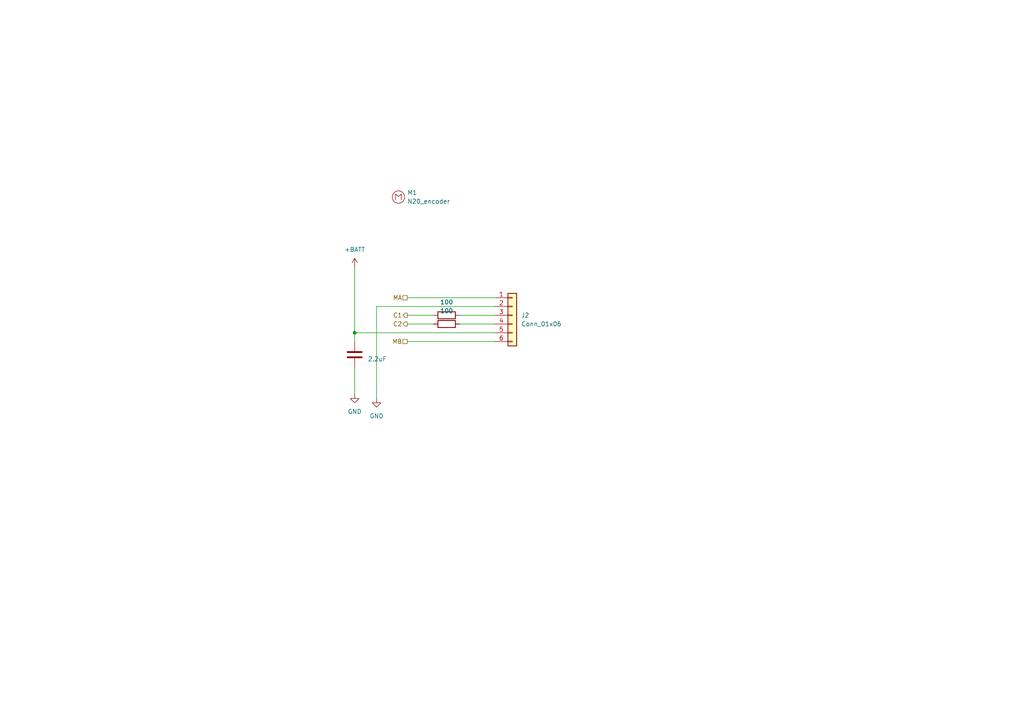
<source format=kicad_sch>
(kicad_sch (version 20230121) (generator eeschema)
  (paper "A4")
  (lib_symbols
    (symbol "Connector_Generic:Conn_01x06" (pin_names (offset 1.016) hide)
      (property "Reference" "J" (at 0 7.62 0))
      (property "Value" "Conn_01x06" (at 0 -10.16 0))
      (symbol "Conn_01x06_1_1"
        (rectangle (start -1.27 -7.493) (end 0 -7.747) (stroke (width 0.1524)))
        (rectangle (start -1.27 -4.953) (end 0 -5.207) (stroke (width 0.1524)))
        (rectangle (start -1.27 -2.413) (end 0 -2.667) (stroke (width 0.1524)))
        (rectangle (start -1.27 0.127) (end 0 -0.127) (stroke (width 0.1524)))
        (rectangle (start -1.27 2.667) (end 0 2.413) (stroke (width 0.1524)))
        (rectangle (start -1.27 5.207) (end 0 4.953) (stroke (width 0.1524)))
        (rectangle (start -1.27 6.35) (end 1.27 -8.89) (stroke (width 0.254)) (fill (type background)))
        (pin passive line (at -5.08 5.08 0) (length 3.81) (name "Pin_1") (number "1"))
        (pin passive line (at -5.08 2.54 0) (length 3.81) (name "Pin_2") (number "2"))
        (pin passive line (at -5.08 0 0) (length 3.81) (name "Pin_3") (number "3"))
        (pin passive line (at -5.08 -2.54 0) (length 3.81) (name "Pin_4") (number "4"))
        (pin passive line (at -5.08 -5.08 0) (length 3.81) (name "Pin_5") (number "5"))
        (pin passive line (at -5.08 -7.62 0) (length 3.81) (name "Pin_6") (number "6"))
      )
    )
    (symbol "minimouse:C" (pin_numbers hide) (pin_names (offset 0.254))
      (property "Reference" "C" (at 0.635 2.54 0))
      (property "Value" "C" (at 0.635 -2.54 0))
      (symbol "C_0_1"
        (polyline (pts (xy -2.032 -0.762) (xy 2.032 -0.762)) (stroke (width 0.508)))
        (polyline (pts (xy -2.032 0.762) (xy 2.032 0.762)) (stroke (width 0.508)))
      )
      (symbol "C_1_1"
        (pin passive line (at 0 3.81 270) (length 2.794) (name "~") (number "1"))
        (pin passive line (at 0 -3.81 90) (length 2.794) (name "~") (number "2"))
      )
    )
    (symbol "minimouse:N20_w_encoder"
      (property "Reference" "M" (at -8.89 1.27 0))
      (property "Value" "N20_encoder" (at 0 -2.54 0))
      (symbol "N20_w_encoder_0_1"
        (polyline (pts (xy -0.8636 -0.8128) (xy -0.8636 0.8636) (xy 0 0.1524) (xy 0.8128 0.8636) (xy 0.8128 -0.8128)))
        (circle (center 0 0) (radius 1.7961))
      )
    )
    (symbol "minimouse:R" (pin_numbers hide) (pin_names (offset 0))
      (property "Reference" "R" (at 2.032 0 90))
      (property "Value" "R" (at 0 0 90))
      (symbol "R_0_1"
        (rectangle (start -1.016 -2.54) (end 1.016 2.54) (stroke (width 0.254)))
      )
      (symbol "R_1_1"
        (pin passive line (at 0 3.81 270) (length 1.27) (name "~") (number "1"))
        (pin passive line (at 0 -3.81 90) (length 1.27) (name "~") (number "2"))
      )
    )
    (symbol "power:+BATT" (power) (pin_names (offset 0))
      (property "Value" "+BATT" (at 0 3.556 0))
      (symbol "+BATT_0_1"
        (polyline (pts (xy -0.762 1.27) (xy 0 2.54)))
        (polyline (pts (xy 0 0) (xy 0 2.54)))
        (polyline (pts (xy 0 2.54) (xy 0.762 1.27)))
      )
      (symbol "+BATT_1_1"
        (pin power_in line (at 0 0 90) (length 0) hide (name "+BATT") (number "1"))
      )
    )
    (symbol "power:GND" (power) (pin_names (offset 0))
      (property "Value" "GND" (at 0 -3.81 0))
      (symbol "GND_0_1"
        (polyline (pts (xy 0 0) (xy 0 -1.27) (xy 1.27 -1.27) (xy 0 -2.54) (xy -1.27 -1.27) (xy 0 -1.27)))
      )
      (symbol "GND_1_1"
        (pin power_in line (at 0 0 270) (length 0) hide (name "GND") (number "1"))
      )
    )
  )
  (junction (at 102.87 96.52))
  (wire (pts (xy 133.35 91.44) (xy 143.51 91.44)))
  (wire (pts (xy 118.11 86.36) (xy 143.51 86.36)))
  (wire (pts (xy 118.11 91.44) (xy 125.73 91.44)))
  (wire (pts (xy 109.22 115.57) (xy 109.22 88.9)))
  (wire (pts (xy 143.51 96.52) (xy 102.87 96.52)))
  (wire (pts (xy 109.22 88.9) (xy 143.51 88.9)))
  (wire (pts (xy 102.87 96.52) (xy 102.87 99.06)))
  (wire (pts (xy 133.35 93.98) (xy 143.51 93.98)))
  (wire (pts (xy 118.11 93.98) (xy 125.73 93.98)))
  (wire (pts (xy 118.11 99.06) (xy 143.51 99.06)))
  (wire (pts (xy 102.87 96.52) (xy 102.87 77.47)))
  (wire (pts (xy 102.87 106.68) (xy 102.87 114.3)))
  (hierarchical_label "C1" (shape output) (at 118.11 91.44 180))
  (hierarchical_label "C2" (shape output) (at 118.11 93.98 180))
  (hierarchical_label "MB" (shape passive) (at 118.11 99.06 180))
  (hierarchical_label "MA" (shape passive) (at 118.11 86.36 180))
  (symbol (lib_id "power:GND") (at 102.87 114.3 0) (unit 1)
    (property "Reference" "#PWR039" (effects hide))
    (property "Value" "GND" (at 102.87 119.38 0))
    (instances (project "minimouse" (path "" (reference "#PWR039") (unit 1)) (path "" (reference "#PWR038") (unit 1))))
  )
  (symbol (lib_id "minimouse:N20_w_encoder") (at 115.57 57.15 0) (unit 1)
    (property "Reference" "M1" (at 118.11 55.88 0) (effects (justify left)))
    (property "Value" "N20_encoder" (at 118.11 58.42 0) (effects (justify left)))
    (property "Footprint" "minimouse:N20_with_encoder" (effects hide))
    (instances (project "minimouse" (path "" (reference "M1") (unit 1)) (path "" (reference "M2") (unit 1))))
  )
  (symbol (lib_id "Connector_Generic:Conn_01x06") (at 148.59 91.44 0) (unit 1)
    (property "Reference" "J2" (at 151.13 91.44 0) (effects (justify left)))
    (property "Value" "Conn_01x06" (at 151.13 93.98 0) (effects (justify left)))
    (property "Footprint" "Connector_PinHeader_2.54mm:PinHeader_1x06_P2.54mm_Vertical" (effects hide))
    (instances (project "minimouse" (path "" (reference "J2") (unit 1)) (path "" (reference "J3") (unit 1))))
  )
  (symbol (lib_id "minimouse:C") (at 102.87 102.87 0) (unit 1)
    (property "Reference" "C15" (effects hide))
    (property "Value" "2.2uF" (at 106.68 104.14 0) (effects (justify left)))
    (property "Footprint" "Capacitor_SMD:C_0603_1608Metric" (effects hide))
    (instances (project "minimouse" (path "" (reference "C15") (unit 1)) (path "" (reference "C14") (unit 1))))
  )
  (symbol (lib_id "minimouse:R") (at 129.54 91.44 90) (unit 1)
    (property "Reference" "R21" (effects hide))
    (property "Value" "100" (at 129.54 87.63 90))
    (property "Footprint" "Resistor_SMD:R_0603_1608Metric" (effects hide))
    (instances (project "minimouse" (path "" (reference "R21") (unit 1)) (path "" (reference "R22") (unit 1))))
  )
  (symbol (lib_id "minimouse:R") (at 129.54 93.98 90) (unit 1)
    (property "Reference" "R23" (effects hide))
    (property "Value" "100" (at 129.54 90.17 90))
    (property "Footprint" "Resistor_SMD:R_0603_1608Metric" (effects hide))
    (instances (project "minimouse" (path "" (reference "R23") (unit 1)) (path "" (reference "R24") (unit 1))))
  )
  (symbol (lib_id "power:GND") (at 109.22 115.57 0) (unit 1)
    (property "Reference" "#PWR019" (effects hide))
    (property "Value" "GND" (at 109.22 120.65 0))
    (instances (project "minimouse" (path "" (reference "#PWR019") (unit 1)) (path "" (reference "#PWR020") (unit 1))))
  )
  (symbol (lib_id "power:+BATT") (at 102.87 77.47 0) (unit 1)
    (property "Reference" "#PWR021" (effects hide))
    (property "Value" "+BATT" (at 102.87 72.39 0))
    (instances (project "minimouse" (path "" (reference "#PWR021") (unit 1)) (path "" (reference "#PWR022") (unit 1))))
  )
)
</source>
